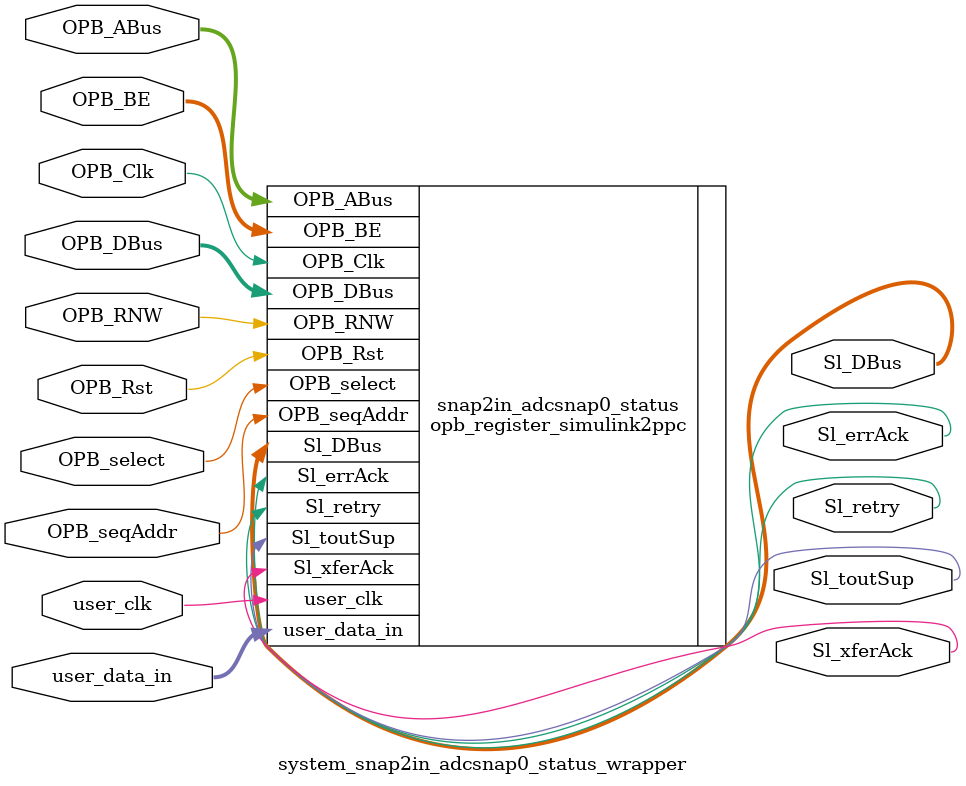
<source format=v>

module system_snap2in_adcsnap0_status_wrapper
  (
    OPB_Clk,
    OPB_Rst,
    Sl_DBus,
    Sl_errAck,
    Sl_retry,
    Sl_toutSup,
    Sl_xferAck,
    OPB_ABus,
    OPB_BE,
    OPB_DBus,
    OPB_RNW,
    OPB_select,
    OPB_seqAddr,
    user_data_in,
    user_clk
  );
  input OPB_Clk;
  input OPB_Rst;
  output [0:31] Sl_DBus;
  output Sl_errAck;
  output Sl_retry;
  output Sl_toutSup;
  output Sl_xferAck;
  input [0:31] OPB_ABus;
  input [0:3] OPB_BE;
  input [0:31] OPB_DBus;
  input OPB_RNW;
  input OPB_select;
  input OPB_seqAddr;
  input [31:0] user_data_in;
  input user_clk;

  opb_register_simulink2ppc
    #(
      .C_BASEADDR ( 32'h01004100 ),
      .C_HIGHADDR ( 32'h010041FF ),
      .C_OPB_AWIDTH ( 32 ),
      .C_OPB_DWIDTH ( 32 ),
      .C_FAMILY ( "virtex6" )
    )
    snap2in_adcsnap0_status (
      .OPB_Clk ( OPB_Clk ),
      .OPB_Rst ( OPB_Rst ),
      .Sl_DBus ( Sl_DBus ),
      .Sl_errAck ( Sl_errAck ),
      .Sl_retry ( Sl_retry ),
      .Sl_toutSup ( Sl_toutSup ),
      .Sl_xferAck ( Sl_xferAck ),
      .OPB_ABus ( OPB_ABus ),
      .OPB_BE ( OPB_BE ),
      .OPB_DBus ( OPB_DBus ),
      .OPB_RNW ( OPB_RNW ),
      .OPB_select ( OPB_select ),
      .OPB_seqAddr ( OPB_seqAddr ),
      .user_data_in ( user_data_in ),
      .user_clk ( user_clk )
    );

endmodule


</source>
